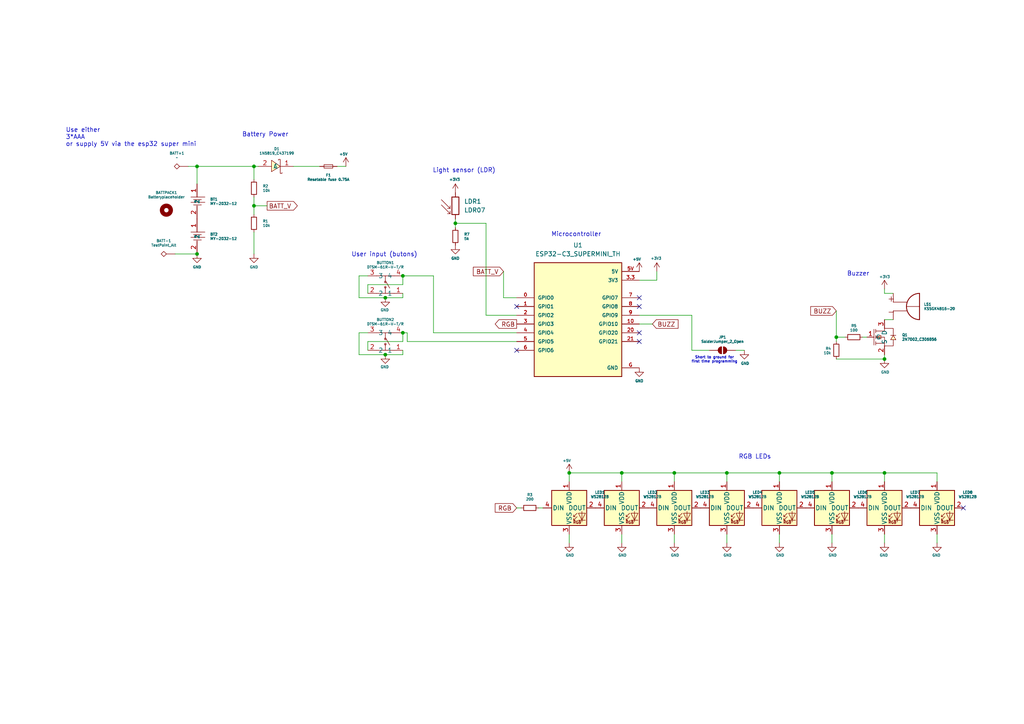
<source format=kicad_sch>
(kicad_sch (version 20250114) (generator "eeschema") (generator_version "9.0")
  (paper "A4")
  (title_block (title "Christmas_PCB") (date "2025-07-27") (rev "V1.0") (comment 1 "Casper R. Tak"))
  (lib_symbols
    (symbol "Connector:TestPoint_Alt" (pin_numbers (hide yes)) (pin_names (offset 0.762) (hide yes))
      (property "Reference" "TP" (at 0 6.858 0))
      (property "Value" "TestPoint_Alt" (at 0 5.08 0))
      (symbol "TestPoint_Alt_0_1"
        (polyline (pts (xy 0 2.54) (xy -0.762 3.302) (xy 0 4.064) (xy 0.762 3.302) (xy 0 2.54)))
      )
      (symbol "TestPoint_Alt_1_1"
        (pin passive line (at 0 0 90) (length 2.54) (name "1") (number "1"))
      )
    )
    (symbol "Device:Fuse_Small" (pin_numbers (hide yes)) (pin_names (offset 0.254) (hide yes))
      (property "Reference" "F" (at 0 -1.524 0))
      (property "Value" "Fuse_Small" (at 0 1.524 0))
      (symbol "Fuse_Small_0_1"
        (rectangle (start -1.27 0.508) (end 1.27 -0.508))
        (polyline (pts (xy -1.27 0) (xy 1.27 0)))
      )
      (symbol "Fuse_Small_1_1"
        (pin passive line (at -2.54 0 0) (length 1.27) (name "~") (number "1"))
        (pin passive line (at 2.54 0 180) (length 1.27) (name "~") (number "2"))
      )
    )
    (symbol "Device:R_Small" (pin_numbers (hide yes)) (pin_names (offset 0.254) (hide yes))
      (property "Reference" "R" (at 0.762 0.508 0))
      (property "Value" "R_Small" (at 0.762 -1.016 0))
      (symbol "R_Small_0_1"
        (rectangle (start -0.762 1.778) (end 0.762 -1.778) (stroke (width 0.2032)))
      )
      (symbol "R_Small_1_1"
        (pin passive line (at 0 2.54 270) (length 0.762) (name "~") (number "1"))
        (pin passive line (at 0 -2.54 90) (length 0.762) (name "~") (number "2"))
      )
    )
    (symbol "Jumper:SolderJumper_2_Open" (pin_numbers (hide yes)) (pin_names (offset 0) (hide yes)) (exclude_from_sim yes) (in_bom no)
      (property "Reference" "JP" (at 0 2.032 0))
      (property "Value" "SolderJumper_2_Open" (at 0 -2.54 0))
      (symbol "SolderJumper_2_Open_0_1"
        (polyline (pts (xy -0.254 1.016) (xy -0.254 -1.016)))
        (arc (start -0.254 -1.016) (mid -1.2656 0) (end -0.254 1.016))
        (arc (start -0.254 -1.016) (mid -1.2656 0) (end -0.254 1.016) (fill (type outline)))
        (arc (start 0.254 1.016) (mid 1.2656 0) (end 0.254 -1.016))
        (arc (start 0.254 1.016) (mid 1.2656 0) (end 0.254 -1.016) (fill (type outline)))
        (polyline (pts (xy 0.254 1.016) (xy 0.254 -1.016)))
      )
      (symbol "SolderJumper_2_Open_1_1"
        (pin passive line (at -3.81 0 0) (length 2.54) (name "A") (number "1"))
        (pin passive line (at 3.81 0 180) (length 2.54) (name "B") (number "2"))
      )
    )
    (symbol "KSSGK4B16-20:KSSGK4B16-20" (pin_numbers (hide yes)) (pin_names (offset 1.016) (hide yes))
      (property "Reference" "LS" (at -2.54 6.35 0))
      (property "Value" "KSSGK4B16-20" (at -2.54 -5.08 0))
      (symbol "KSSGK4B16-20_0_0"
        (polyline (pts (xy -2.54 2.54) (xy 1.397 2.54)) (stroke (width 0.1524)))
        (polyline (pts (xy -2.54 0) (xy 1.397 0)) (stroke (width 0.1524)))
        (polyline (pts (xy 1.27 1.27) (xy 5.08 1.27)) (stroke (width 0.1524)))
        (polyline (pts (xy 5.08 5.08) (xy 5.08 1.27)) (stroke (width 0.254)))
        (polyline (pts (xy 5.08 1.27) (xy 5.08 -2.54)) (stroke (width 0.254)))
        (arc (start 5.08 -2.54) (mid 1.2866 1.27) (end 5.08 5.08) (stroke (width 0.254)))
        (text "+" (at -4.318 2.54 0) (effects (font (size 1.778 1.778)) (justify left bottom)))
        (text "-" (at -4.318 -1.27 0) (effects (font (size 1.778 1.778)) (justify left bottom)))
        (pin passive line (at -2.54 5.08 270) (length 2.54) (name "~") (number "P"))
        (pin passive line (at -2.54 -2.54 90) (length 2.54) (name "~") (number "N"))
      )
    )
    (symbol "LED:WS2812B" (pin_names (offset 0.254))
      (property "Reference" "D" (at 5.08 5.715 0))
      (property "Value" "WS2812B" (at 1.27 -5.715 0))
      (symbol "WS2812B_0_0"
        (text "RGB" (at 2.286 -4.191 0) (effects (font (size 0.762 0.762))))
      )
      (symbol "WS2812B_0_1"
        (polyline (pts (xy 1.27 -2.54) (xy 1.778 -2.54)))
        (polyline (pts (xy 1.27 -3.556) (xy 1.778 -3.556)))
        (polyline (pts (xy 2.286 -1.524) (xy 1.27 -2.54) (xy 1.27 -2.032)))
        (polyline (pts (xy 2.286 -2.54) (xy 1.27 -3.556) (xy 1.27 -3.048)))
        (polyline (pts (xy 3.683 -1.016) (xy 3.683 -3.556) (xy 3.683 -4.064)))
        (polyline (pts (xy 4.699 -1.524) (xy 2.667 -1.524) (xy 3.683 -3.556) (xy 4.699 -1.524)))
        (polyline (pts (xy 4.699 -3.556) (xy 2.667 -3.556)))
        (rectangle (start 5.08 5.08) (end -5.08 -5.08) (stroke (width 0.254)) (fill (type background)))
      )
      (symbol "WS2812B_1_1"
        (pin input line (at -7.62 0 0) (length 2.54) (name "DIN") (number "4"))
        (pin power_in line (at 0 7.62 270) (length 2.54) (name "VDD") (number "1"))
        (pin power_in line (at 0 -7.62 90) (length 2.54) (name "VSS") (number "3"))
        (pin output line (at 7.62 0 180) (length 2.54) (name "DOUT") (number "2"))
      )
    )
    (symbol "Mechanical:MountingHole" (pin_names (offset 1.016)) (in_bom no)
      (property "Reference" "H" (at 0 5.08 0))
      (property "Value" "MountingHole" (at 0 3.175 0))
      (symbol "MountingHole_0_1"
        (circle (center 0 0) (radius 1.27) (stroke (width 1.27)))
      )
    )
    (symbol "Sensor_Optical:LDR07" (pin_numbers (hide yes)) (pin_names (offset 0))
      (property "Reference" "R" (at -5.08 0 90))
      (property "Value" "LDR07" (at 1.905 0 90))
      (symbol "LDR07_0_1"
        (polyline (pts (xy -1.524 -0.762) (xy -4.064 1.778)))
        (polyline (pts (xy -1.524 -0.762) (xy -2.286 -0.762)))
        (polyline (pts (xy -1.524 -0.762) (xy -1.524 0)))
        (polyline (pts (xy -1.524 -2.286) (xy -4.064 0.254)))
        (polyline (pts (xy -1.524 -2.286) (xy -2.286 -2.286)))
        (polyline (pts (xy -1.524 -2.286) (xy -1.524 -1.524)))
        (rectangle (start -1.016 2.54) (end 1.016 -2.54) (stroke (width 0.254)))
      )
      (symbol "LDR07_1_1"
        (pin passive line (at 0 3.81 270) (length 1.27) (name "~") (number "1"))
        (pin passive line (at 0 -3.81 90) (length 1.27) (name "~") (number "2"))
      )
    )
    (symbol "Strata_frontplate_front_BMS_V2.1-rescue:+3.3V-power" (power) (pin_names (offset 0))
      (property "Value" "+3.3V-power" (at 0 3.556 0))
      (symbol "+3.3V-power_0_1"
        (polyline (pts (xy -0.762 1.27) (xy 0 2.54)))
        (polyline (pts (xy 0 2.54) (xy 0.762 1.27)))
        (polyline (pts (xy 0 0) (xy 0 2.54)))
      )
      (symbol "+3.3V-power_1_1"
        (pin power_in line (at 0 0 90) (length 0) (hide yes) (name "+3V3") (number "1"))
      )
    )
    (symbol "SuperMiniC3:ESP32-C3_SUPERMINI_TH" (pin_names (offset 1.016))
      (property "Reference" "U" (at -12.7 16.002 0))
      (property "Value" "ESP32-C3_SUPERMINI_TH" (at -12.7 -20.32 0))
      (symbol "ESP32-C3_SUPERMINI_TH_0_0"
        (rectangle (start -12.7 -17.78) (end 12.7 15.24) (stroke (width 0.254)) (fill (type background)))
        (pin bidirectional line (at -17.78 5.08 0) (length 5.08) (name "GPIO0") (number "0"))
        (pin bidirectional line (at -17.78 2.54 0) (length 5.08) (name "GPIO1") (number "1"))
        (pin bidirectional line (at -17.78 0 0) (length 5.08) (name "GPIO2") (number "2"))
        (pin bidirectional line (at -17.78 -2.54 0) (length 5.08) (name "GPIO3") (number "3"))
        (pin bidirectional line (at -17.78 -5.08 0) (length 5.08) (name "GPIO4") (number "4"))
        (pin bidirectional line (at -17.78 -7.62 0) (length 5.08) (name "GPIO5") (number "5"))
        (pin bidirectional line (at -17.78 -10.16 0) (length 5.08) (name "GPIO6") (number "6"))
        (pin power_in line (at 17.78 12.7 180) (length 5.08) (name "5V") (number "5V"))
        (pin power_in line (at 17.78 10.16 180) (length 5.08) (name "3V3") (number "3.3"))
        (pin bidirectional line (at 17.78 5.08 180) (length 5.08) (name "GPIO7") (number "7"))
        (pin bidirectional line (at 17.78 2.54 180) (length 5.08) (name "GPIO8") (number "8"))
        (pin bidirectional line (at 17.78 0 180) (length 5.08) (name "GPIO9") (number "9"))
        (pin bidirectional line (at 17.78 -2.54 180) (length 5.08) (name "GPIO10") (number "10"))
        (pin bidirectional line (at 17.78 -5.08 180) (length 5.08) (name "GPIO20") (number "20"))
        (pin bidirectional line (at 17.78 -7.62 180) (length 5.08) (name "GPIO21") (number "21"))
        (pin power_in line (at 17.78 -15.24 180) (length 5.08) (name "GND") (number "G"))
      )
    )
    (symbol "Titan_frontplate_front_BMS_V1.3-rescue:+3.3V-power" (power) (pin_names (offset 0))
      (property "Value" "+3.3V-power" (at 0 3.556 0))
      (symbol "+3.3V-power_0_1"
        (polyline (pts (xy -0.762 1.27) (xy 0 2.54)))
        (polyline (pts (xy 0 2.54) (xy 0.762 1.27)))
        (polyline (pts (xy 0 0) (xy 0 2.54)))
      )
      (symbol "+3.3V-power_1_1"
        (pin power_in line (at 0 0 90) (length 0) (hide yes) (name "+3V3") (number "1"))
      )
    )
    (symbol "easyeda2kicad:1N5819_C437199"
      (property "Reference" "D" (at 0 5.08 0))
      (property "Value" "1N5819_C437199" (at 0 -5.08 0))
      (symbol "1N5819_C437199_0_1"
        (polyline (pts (xy -1.78 1.78) (xy -1.78 2.03) (xy -1.27 2.03) (xy -1.27 -2.03) (xy -0.76 -2.03) (xy -0.76 -1.78)))
        (polyline (pts (xy 1.27 1.52) (xy -1.27 0) (xy 1.27 -1.78) (xy 1.27 1.52)) (fill (type background)))
        (pin unspecified line (at -5.08 0 0) (length 3.81) (name "C") (number "1"))
        (pin unspecified line (at 5.08 0 180) (length 3.81) (name "A") (number "2"))
      )
    )
    (symbol "easyeda2kicad:2N7002_C306856"
      (property "Reference" "Q" (at 0 10.16 0))
      (property "Value" "2N7002_C306856" (at 0 -10.16 0))
      (symbol "2N7002_C306856_0_1"
        (polyline (pts (xy -3.05 2.29) (xy -3.05 -2.29)))
        (polyline (pts (xy -2.54 2.29) (xy -2.54 1.27)))
        (polyline (pts (xy -2.54 1.78) (xy 0 1.78) (xy 0 2.54) (xy 2.54 2.54) (xy 2.54 0.51)))
        (polyline (pts (xy -2.54 0) (xy -1.02 -0.51) (xy -1.02 0.51) (xy -2.54 0)) (fill (type background)))
        (polyline (pts (xy -2.54 0) (xy 0 0) (xy 0 -2.54) (xy 2.54 -2.54) (xy 2.54 -0.76)))
        (polyline (pts (xy -2.54 -0.51) (xy -2.54 0.51)))
        (polyline (pts (xy -2.54 -2.29) (xy -2.54 -1.27)))
        (polyline (pts (xy 0 -1.78) (xy -2.54 -1.78)))
        (polyline (pts (xy 2.54 0.51) (xy 1.78 -0.76) (xy 3.3 -0.76) (xy 2.54 0.51)) (fill (type background)))
        (polyline (pts (xy 3.3 0.51) (xy 3.05 0.51) (xy 2.03 0.51) (xy 1.78 0.51)))
        (pin unspecified line (at -5.08 0 0) (length 2.032) (name "G") (number "1"))
        (pin unspecified line (at 0 5.08 270) (length 2.54) (name "D") (number "3"))
        (pin unspecified line (at 0 -5.08 90) (length 2.54) (name "S") (number "2"))
      )
    )
    (symbol "easyeda2kicad:DTSM-61R-V-T_R"
      (property "Reference" "KEY" (at 0 7.62 0))
      (property "Value" "DTSM-61R-V-T/R" (at 0 -7.62 0))
      (symbol "DTSM-61R-V-T_R_0_1"
        (polyline (pts (xy -2.54 -2.54) (xy 2.54 -2.54)))
        (polyline (pts (xy -1.27 -1.02) (xy -0.25 0.76)))
        (polyline (pts (xy 0 2.54) (xy 0 0.76)))
        (circle (center 0 0.76) (radius 0.25))
        (circle (center 0 -0.76) (radius 0.25))
        (polyline (pts (xy 0 -1.52) (xy 0 -0.76)))
        (polyline (pts (xy 0 -2.54) (xy 0 -1.52)))
        (polyline (pts (xy 2.54 2.54) (xy -2.54 2.54)))
        (pin unspecified line (at -5.08 2.54 0) (length 2.54) (name "4") (number "4"))
        (pin unspecified line (at -5.08 -2.54 0) (length 2.54) (name "1") (number "1"))
        (pin unspecified line (at 5.08 2.54 180) (length 2.54) (name "3") (number "3"))
        (pin unspecified line (at 5.08 -2.54 180) (length 2.54) (name "2") (number "2"))
      )
    )
    (symbol "easyeda2kicad:MY-2032-12"
      (property "Reference" "BT" (at 0 5.08 0))
      (property "Value" "MY-2032-12" (at 0 -5.08 0))
      (symbol "MY-2032-12_0_1"
        (polyline (pts (xy -1.27 2.29) (xy -1.27 -1.78)))
        (polyline (pts (xy -0.51 1.27) (xy -0.51 -1.02)))
        (polyline (pts (xy 0.25 2.29) (xy 0.25 -1.78)))
        (polyline (pts (xy 1.02 1.27) (xy 1.02 -1.02)))
        (pin input line (at -5.08 0 0) (length 3.81) (name "1") (number "1"))
        (pin input line (at 5.08 0 180) (length 3.81) (name "2") (number "2"))
      )
    )
    (symbol "power:GND" (power) (pin_names (offset 0))
      (property "Value" "GND" (at 0 -3.81 0))
      (symbol "GND_0_1"
        (polyline (pts (xy 0 0) (xy 0 -1.27) (xy 1.27 -1.27) (xy 0 -2.54) (xy -1.27 -1.27) (xy 0 -1.27)))
      )
      (symbol "GND_1_1"
        (pin power_in line (at 0 0 270) (length 0) (hide yes) (name "GND") (number "1"))
      )
    )
  )
  (text "Use either\n3*AAA\nor supply 5V via the esp32 super mini" (at 19.05 39.878 0) (effects (font (size 1.27 1.27)) (justify left)))
  (text "User input (butons)" (at 111.506 73.914 0) (effects (font (size 1.27 1.27))))
  (text "Microcontroller" (at 167.132 68.072 0) (effects (font (size 1.27 1.27))))
  (text "RGB LEDs" (at 218.948 132.588 0) (effects (font (size 1.27 1.27))))
  (text "Short to ground for \nfirst time programming " (at 207.518 104.394 0) (effects (font (size 0.75 0.75))))
  (text "Light sensor (LDR)" (at 134.62 49.53 0) (effects (font (size 1.27 1.27))))
  (text "Buzzer" (at 248.92 79.502 0) (effects (font (size 1.27 1.27))))
  (text "Battery Power" (at 76.962 39.116 0) (effects (font (size 1.27 1.27))))
  (junction (at 116.84 96.52))
  (junction (at 256.54 104.14))
  (junction (at 57.15 48.26))
  (junction (at 165.1 137.16))
  (junction (at 210.82 137.16))
  (junction (at 111.76 102.87))
  (junction (at 57.15 73.66))
  (junction (at 180.34 137.16))
  (junction (at 195.58 137.16))
  (junction (at 73.66 59.69))
  (junction (at 226.06 137.16))
  (junction (at 132.08 64.77))
  (junction (at 256.54 137.16))
  (junction (at 111.76 86.36))
  (junction (at 116.84 80.01))
  (junction (at 242.57 97.79))
  (junction (at 241.3 137.16))
  (junction (at 73.66 48.26))
  (no_connect (at 279.4 147.32))
  (no_connect (at 149.86 88.9))
  (no_connect (at 149.86 101.6))
  (no_connect (at 185.42 96.52))
  (no_connect (at 185.42 88.9))
  (no_connect (at 185.42 99.06))
  (no_connect (at 185.42 86.36))
  (wire (pts (xy 210.82 137.16) (xy 210.82 139.7)))
  (wire (pts (xy 111.76 102.87) (xy 104.14 102.87)))
  (wire (pts (xy 195.58 137.16) (xy 195.58 139.7)))
  (wire (pts (xy 125.73 96.52) (xy 125.73 80.01)))
  (wire (pts (xy 116.84 86.36) (xy 116.84 85.09)))
  (wire (pts (xy 116.84 102.87) (xy 116.84 101.6)))
  (wire (pts (xy 111.76 86.36) (xy 104.14 86.36)))
  (wire (pts (xy 242.57 90.17) (xy 242.57 97.79)))
  (wire (pts (xy 157.48 147.32) (xy 156.21 147.32)))
  (wire (pts (xy 256.54 92.71) (xy 259.08 92.71)))
  (wire (pts (xy 226.06 154.94) (xy 226.06 157.48)))
  (wire (pts (xy 250.19 97.79) (xy 251.46 97.79)))
  (wire (pts (xy 77.47 59.69) (xy 73.66 59.69)))
  (wire (pts (xy 116.84 80.01) (xy 116.84 82.55)))
  (wire (pts (xy 73.66 48.26) (xy 74.93 48.26)))
  (wire (pts (xy 104.14 86.36) (xy 104.14 80.01)))
  (wire (pts (xy 189.23 93.98) (xy 185.42 93.98)))
  (wire (pts (xy 271.78 154.94) (xy 271.78 157.48)))
  (wire (pts (xy 116.84 96.52) (xy 116.84 99.06)))
  (wire (pts (xy 104.14 102.87) (xy 104.14 96.52)))
  (wire (pts (xy 140.97 64.77) (xy 140.97 91.44)))
  (wire (pts (xy 149.86 96.52) (xy 125.73 96.52)))
  (wire (pts (xy 210.82 137.16) (xy 226.06 137.16)))
  (wire (pts (xy 242.57 97.79) (xy 245.11 97.79)))
  (wire (pts (xy 146.05 78.74) (xy 146.05 86.36)))
  (wire (pts (xy 151.13 147.32) (xy 149.86 147.32)))
  (wire (pts (xy 149.86 99.06) (xy 118.11 99.06)))
  (wire (pts (xy 185.42 91.44) (xy 200.66 91.44)))
  (wire (pts (xy 50.8 73.66) (xy 57.15 73.66)))
  (wire (pts (xy 116.84 96.52) (xy 118.11 96.52)))
  (wire (pts (xy 132.08 66.04) (xy 132.08 64.77)))
  (wire (pts (xy 73.66 73.66) (xy 73.66 67.31)))
  (wire (pts (xy 116.84 82.55) (xy 106.68 82.55)))
  (wire (pts (xy 210.82 137.16) (xy 195.58 137.16)))
  (wire (pts (xy 165.1 154.94) (xy 165.1 157.48)))
  (wire (pts (xy 111.76 102.87) (xy 116.84 102.87)))
  (wire (pts (xy 116.84 80.01) (xy 125.73 80.01)))
  (wire (pts (xy 185.42 81.28) (xy 190.5 81.28)))
  (wire (pts (xy 256.54 137.16) (xy 271.78 137.16)))
  (wire (pts (xy 256.54 85.09) (xy 259.08 85.09)))
  (wire (pts (xy 210.82 154.94) (xy 210.82 157.48)))
  (wire (pts (xy 104.14 96.52) (xy 106.68 96.52)))
  (wire (pts (xy 73.66 52.07) (xy 73.66 48.26)))
  (wire (pts (xy 73.66 59.69) (xy 73.66 62.23)))
  (wire (pts (xy 85.09 48.26) (xy 92.71 48.26)))
  (wire (pts (xy 118.11 96.52) (xy 118.11 99.06)))
  (wire (pts (xy 241.3 137.16) (xy 256.54 137.16)))
  (wire (pts (xy 106.68 99.06) (xy 106.68 101.6)))
  (wire (pts (xy 242.57 99.06) (xy 242.57 97.79)))
  (wire (pts (xy 165.1 137.16) (xy 165.1 139.7)))
  (wire (pts (xy 241.3 154.94) (xy 241.3 157.48)))
  (wire (pts (xy 256.54 83.82) (xy 256.54 85.09)))
  (wire (pts (xy 271.78 137.16) (xy 271.78 139.7)))
  (wire (pts (xy 146.05 86.36) (xy 149.86 86.36)))
  (wire (pts (xy 57.15 48.26) (xy 73.66 48.26)))
  (wire (pts (xy 104.14 80.01) (xy 106.68 80.01)))
  (wire (pts (xy 256.54 137.16) (xy 256.54 139.7)))
  (wire (pts (xy 180.34 137.16) (xy 180.34 139.7)))
  (wire (pts (xy 256.54 154.94) (xy 256.54 157.48)))
  (wire (pts (xy 180.34 137.16) (xy 165.1 137.16)))
  (wire (pts (xy 140.97 91.44) (xy 149.86 91.44)))
  (wire (pts (xy 180.34 137.16) (xy 195.58 137.16)))
  (wire (pts (xy 205.74 101.6) (xy 200.66 101.6)))
  (wire (pts (xy 190.5 81.28) (xy 190.5 78.74)))
  (wire (pts (xy 132.08 64.77) (xy 132.08 63.5)))
  (wire (pts (xy 111.76 86.36) (xy 116.84 86.36)))
  (wire (pts (xy 241.3 137.16) (xy 241.3 139.7)))
  (wire (pts (xy 116.84 99.06) (xy 106.68 99.06)))
  (wire (pts (xy 132.08 64.77) (xy 140.97 64.77)))
  (wire (pts (xy 241.3 137.16) (xy 226.06 137.16)))
  (wire (pts (xy 54.61 48.26) (xy 57.15 48.26)))
  (wire (pts (xy 200.66 91.44) (xy 200.66 101.6)))
  (wire (pts (xy 256.54 104.14) (xy 256.54 102.87)))
  (wire (pts (xy 180.34 154.94) (xy 180.34 157.48)))
  (wire (pts (xy 242.57 104.14) (xy 256.54 104.14)))
  (wire (pts (xy 73.66 57.15) (xy 73.66 59.69)))
  (wire (pts (xy 215.9 101.6) (xy 213.36 101.6)))
  (wire (pts (xy 195.58 154.94) (xy 195.58 157.48)))
  (wire (pts (xy 226.06 137.16) (xy 226.06 139.7)))
  (wire (pts (xy 97.79 48.26) (xy 100.33 48.26)))
  (wire (pts (xy 106.68 82.55) (xy 106.68 85.09)))
  (wire (pts (xy 57.15 53.34) (xy 57.15 48.26)))
  (image (at 431.8 -88.9) (scale 2.2929))
  (global_label "RGB" (shape output) (at 149.86 93.98 180) (property "Intersheetrefs" "${INTERSHEET_REFS}" (effects (hide yes))))
  (global_label "BUZZ" (shape input) (at 242.57 90.17 180) (property "Intersheetrefs" "${INTERSHEET_REFS}" (effects (hide yes))))
  (global_label "BATT_V" (shape input) (at 146.05 78.74 180) (property "Intersheetrefs" "${INTERSHEET_REFS}" (effects (hide yes))))
  (global_label "RGB" (shape input) (at 149.86 147.32 180) (property "Intersheetrefs" "${INTERSHEET_REFS}" (effects (hide yes))))
  (global_label "BUZZ" (shape input) (at 189.23 93.98 0) (property "Intersheetrefs" "${INTERSHEET_REFS}" (effects (hide yes))))
  (global_label "BATT_V" (shape output) (at 77.47 59.69 0) (property "Intersheetrefs" "${INTERSHEET_REFS}" (effects (hide yes))))
  (symbol (lib_id "Titan_frontplate_front_BMS_V1.3-rescue:+3.3V-power") (at 185.42 78.74 0) (mirror y) (unit 1)
    (property "Reference" "#PWR011" (effects (hide yes)))
    (property "Value" "+5V" (at 185.928 75.184 0) (effects (font (size 0.75 0.75)) (justify left)))
    (property "Footprint" "Package_SO:SOIC-16_3.9x9.9mm_P1.27mm" (effects (hide yes)))
  )
  (symbol (lib_id "LED:WS2812B") (at 165.1 147.32 0) (unit 1)
    (property "Reference" "LED1" (at 173.99 142.8048 0) (effects (font (size 0.75 0.75))))
    (property "Value" "WS2812B" (at 173.99 144.0748 0) (effects (font (size 0.75 0.75))))
    (property "Footprint" "easyeda2kicad:LED-SMD_4P-L5.0-W5.0-BL_TC5050RGB" (effects (hide yes)))
    (property "Datasheet" "https://cdn-shop.adafruit.com/datasheets/WS2812B.pdf" (effects (hide yes)))
  )
  (symbol (lib_id "power:GND") (at 132.08 71.12 0) (unit 1)
    (property "Reference" "#PWR07" (effects (hide yes)))
    (property "Value" "GND" (at 132.08 74.93 0) (effects (font (size 0.75 0.75))))
  )
  (symbol (lib_id "Connector:TestPoint_Alt") (at 50.8 73.66 90) (unit 1)
    (property "Reference" "BATT-1" (at 47.498 69.85 90) (effects (font (size 0.75 0.75))))
    (property "Value" "TestPoint_Alt" (at 47.498 71.12 90) (effects (font (size 0.75 0.75))))
    (property "Footprint" "TestPoint:TestPoint_Pad_D3.0mm" (effects (hide yes)))
    (property "Description" "test point (alternative shape)" (effects (hide yes)))
  )
  (symbol (lib_id "Device:R_Small") (at 247.65 97.79 90) (unit 1)
    (property "Reference" "R5" (at 247.65 94.488 90) (effects (font (size 0.75 0.75))))
    (property "Value" "100" (at 247.65 95.758 90) (effects (font (size 0.75 0.75))))
    (property "Footprint" "Resistor_SMD:R_1206_3216Metric_Pad1.30x1.75mm_HandSolder" (effects (hide yes)))
  )
  (symbol (lib_id "power:GND") (at 180.34 157.48 0) (mirror y) (unit 1)
    (property "Reference" "#PWR010" (effects (hide yes)))
    (property "Value" "GND" (at 179.324 161.036 0) (effects (font (size 0.75 0.75)) (justify right)))
  )
  (symbol (lib_id "easyeda2kicad:MY-2032-12") (at 57.15 68.58 270) (unit 1)
    (property "Reference" "BT2" (at 60.96 67.9449 90) (effects (font (size 0.75 0.75)) (justify left)))
    (property "Value" "MY-2032-12" (at 60.96 69.2149 90) (effects (font (size 0.75 0.75)) (justify left)))
    (property "Footprint" "easyeda2kicad:BAT-SMD_MY-2032-12" (effects (hide yes)))
    (property "LCSC Part" "C964833" (effects (hide yes)))
  )
  (symbol (lib_id "easyeda2kicad:2N7002_C306856") (at 256.54 97.79 0) (unit 1)
    (property "Reference" "Q1" (at 261.62 97.1549 0) (effects (font (size 0.75 0.75)) (justify left)))
    (property "Value" "2N7002_C306856" (at 261.62 98.4249 0) (effects (font (size 0.75 0.75)) (justify left)))
    (property "Footprint" "easyeda2kicad:SOT-23-3_L2.9-W1.3-P1.90-LS2.4-BR" (effects (hide yes)))
    (property "Datasheet" "https://lcsc.com/product-detail/MOSFET_Bourne-Semicon-Shenzhen-2N7002_C306856.html" (effects (hide yes)))
  )
  (symbol (lib_id "Titan_frontplate_front_BMS_V1.3-rescue:+3.3V-power") (at 165.1 137.16 0) (mirror y) (unit 1)
    (property "Reference" "#PWR08" (effects (hide yes)))
    (property "Value" "+5V" (at 165.608 133.604 0) (effects (font (size 0.75 0.75)) (justify left)))
    (property "Footprint" "Package_SO:SOIC-16_3.9x9.9mm_P1.27mm" (effects (hide yes)))
  )
  (symbol (lib_id "power:GND") (at 210.82 157.48 0) (mirror y) (unit 1)
    (property "Reference" "#PWR015" (effects (hide yes)))
    (property "Value" "GND" (at 209.804 161.036 0) (effects (font (size 0.75 0.75)) (justify right)))
  )
  (symbol (lib_id "Device:Fuse_Small") (at 95.25 48.26 180) (unit 1)
    (property "Reference" "F1" (at 95.25 50.8 0) (effects (font (size 0.75 0.75))))
    (property "Value" "Resetable fuse 0.75A" (at 95.25 52.07 0) (effects (font (size 0.75 0.75))))
    (property "Footprint" "Fuse:Fuse_1206_3216Metric_Pad1.42x1.75mm_HandSolder" (effects (hide yes)))
    (property "Description" "Fuse, small symbol" (effects (hide yes)))
  )
  (symbol (lib_id "easyeda2kicad:MY-2032-12") (at 57.15 58.42 270) (unit 1)
    (property "Reference" "BT1" (at 60.96 57.7849 90) (effects (font (size 0.75 0.75)) (justify left)))
    (property "Value" "MY-2032-12" (at 60.96 59.0549 90) (effects (font (size 0.75 0.75)) (justify left)))
    (property "Footprint" "easyeda2kicad:BAT-SMD_MY-2032-12" (effects (hide yes)))
    (property "LCSC Part" "C964833" (effects (hide yes)))
  )
  (symbol (lib_id "easyeda2kicad:1N5819_C437199") (at 80.01 48.26 180) (unit 1)
    (property "Reference" "D1" (at 80.265 43.18 0) (effects (font (size 0.75 0.75))))
    (property "Value" "1N5819_C437199" (at 80.265 44.45 0) (effects (font (size 0.75 0.75))))
    (property "Footprint" "easyeda2kicad:SMA_L4.4-W2.6-LS5.0-RD" (effects (hide yes)))
    (property "Datasheet" "https://lcsc.com/product-detail/Schottky-Barrier-Diodes-SBD_KEXIN-1N5819_C437199.html" (effects (hide yes)))
    (property "LCSC Part" "C437199" (effects (hide yes)))
  )
  (symbol (lib_id "power:GND") (at 215.9 101.6 0) (unit 1)
    (property "Reference" "#PWR016" (effects (hide yes)))
    (property "Value" "GND" (at 214.884 105.41 0) (effects (font (size 0.75 0.75)) (justify left)))
  )
  (symbol (lib_id "Jumper:SolderJumper_2_Open") (at 209.55 101.6 0) (mirror y) (unit 1) (in_bom no)
    (property "Reference" "JP1" (at 209.55 97.79 0) (effects (font (size 0.75 0.75))))
    (property "Value" "SolderJumper_2_Open" (at 209.55 99.06 0) (effects (font (size 0.75 0.75))))
    (property "Footprint" "Jumper:SolderJumper-2_P1.3mm_Open_Pad1.0x1.5mm" (effects (hide yes)))
    (property "Description" "Solder Jumper, 2-pole, open" (effects (hide yes)))
  )
  (symbol (lib_id "power:GND") (at 111.76 102.87 0) (mirror y) (unit 1)
    (property "Reference" "#PWR05" (effects (hide yes)))
    (property "Value" "GND" (at 112.776 106.426 0) (effects (font (size 0.75 0.75)) (justify left)))
  )
  (symbol (lib_id "Device:R_Small") (at 132.08 68.58 0) (unit 1)
    (property "Reference" "R7" (at 134.62 67.9449 0) (effects (font (size 0.75 0.75)) (justify left)))
    (property "Value" "5k" (at 134.62 69.2149 0) (effects (font (size 0.75 0.75)) (justify left)))
    (property "Footprint" "Resistor_SMD:R_1206_3216Metric_Pad1.30x1.75mm_HandSolder" (effects (hide yes)))
  )
  (symbol (lib_id "Device:R_Small") (at 153.67 147.32 270) (mirror x) (unit 1)
    (property "Reference" "R3" (at 153.67 143.51 90) (effects (font (size 0.75 0.75))))
    (property "Value" "200" (at 153.67 144.78 90) (effects (font (size 0.75 0.75))))
    (property "Footprint" "Resistor_SMD:R_1206_3216Metric_Pad1.30x1.75mm_HandSolder" (effects (hide yes)))
  )
  (symbol (lib_id "power:GND") (at 73.66 73.66 0) (unit 1)
    (property "Reference" "#PWR02" (effects (hide yes)))
    (property "Value" "GND" (at 73.66 77.47 0) (effects (font (size 0.75 0.75))))
  )
  (symbol (lib_id "Strata_frontplate_front_BMS_V2.1-rescue:+3.3V-power") (at 132.08 55.88 0) (unit 1)
    (property "Reference" "#PWR06" (effects (hide yes)))
    (property "Value" "+3V3" (at 130.302 52.07 0) (effects (font (size 0.75 0.75)) (justify left)))
  )
  (symbol (lib_id "Titan_frontplate_front_BMS_V1.3-rescue:+3.3V-power") (at 100.33 48.26 0) (mirror y) (unit 1)
    (property "Reference" "#PWR03" (effects (hide yes)))
    (property "Value" "+5V" (at 100.838 44.704 0) (effects (font (size 0.75 0.75)) (justify left)))
    (property "Footprint" "Package_SO:SOIC-16_3.9x9.9mm_P1.27mm" (effects (hide yes)))
  )
  (symbol (lib_id "Device:R_Small") (at 73.66 64.77 0) (unit 1)
    (property "Reference" "R1" (at 76.2 64.1349 0) (effects (font (size 0.75 0.75)) (justify left)))
    (property "Value" "10k" (at 76.2 65.4049 0) (effects (font (size 0.75 0.75)) (justify left)))
    (property "Footprint" "Resistor_SMD:R_1206_3216Metric_Pad1.30x1.75mm_HandSolder" (effects (hide yes)))
  )
  (symbol (lib_id "KSSGK4B16-20:KSSGK4B16-20") (at 261.62 90.17 0) (unit 1)
    (property "Reference" "LS1" (at 267.97 88.2649 0) (effects (font (size 0.75 0.75)) (justify left)))
    (property "Value" "KSSGK4B16-20" (at 267.97 89.5349 0) (effects (font (size 0.75 0.75)) (justify left)))
    (property "Footprint" "Library:Buzzer KSSGK4B16-20" (effects (hide yes)))
    (property "STANDARD" "Manufacturer recommendations" (effects (hide yes)))
    (property "MAXIMUM_PACKAGE_HEIGHT" "2.2 mm" (effects (hide yes)))
    (property "MANUFACTURER" "Kingstate" (effects (hide yes)))
    (property "PARTREV" "1.1" (effects (hide yes)))
  )
  (symbol (lib_id "power:GND") (at 185.42 106.68 0) (unit 1)
    (property "Reference" "#PWR012" (effects (hide yes)))
    (property "Value" "GND" (at 185.42 110.49 0) (effects (font (size 0.75 0.75))))
  )
  (symbol (lib_id "easyeda2kicad:DTSM-61R-V-T_R") (at 111.76 82.55 0) (mirror y) (unit 1)
    (property "Reference" "BUTTON1" (at 111.76 76.2 0) (effects (font (size 0.75 0.75))))
    (property "Value" "DTSM-61R-V-T/R" (at 111.76 77.47 0) (effects (font (size 0.75 0.75))))
    (property "Footprint" "easyeda2kicad:KEY-SMD_4P-L6.2-W6.2-P4.50-LS9.0" (effects (hide yes)))
    (property "Datasheet" "https://lcsc.com/product-detail/Tactile-Switches_Diptronics-DTSM-61R-V-T-R_C224977.html" (effects (hide yes)))
    (property "LCSC Part" "C224977" (effects (hide yes)))
  )
  (symbol (lib_id "SuperMiniC3:ESP32-C3_SUPERMINI_TH") (at 167.64 91.44 0) (unit 1)
    (property "Reference" "U1" (at 167.64 71.12 0))
    (property "Value" "ESP32-C3_SUPERMINI_TH" (at 167.64 73.66 0))
    (property "Footprint" "custom:MODULE_ESP32-C3_SUPERMINI" (effects (hide yes)))
    (property "Datasheet" "https://dl.artronshop.co.th/ESP32-C3%20SuperMini%20datasheet.pdf" (effects (hide yes)))
    (property "MF" "Espressif Systems" (effects (hide yes)))
    (property "MAXIMUM_PACKAGE_HEIGHT" "4.2mm" (effects (hide yes)))
    (property "Package" "Package" (effects (hide yes)))
    (property "Price" "None" (effects (hide yes)))
    (property "Check_prices" "https://www.snapeda.com/parts/ESP32-C3%20SuperMini_TH/Espressif+Systems/view-part/?ref=eda" (effects (hide yes)))
    (property "STANDARD" "Manufacturer Recommendations" (effects (hide yes)))
    (property "SnapEDA_Link" "https://www.snapeda.com/parts/ESP32-C3%20SuperMini_TH/Espressif+Systems/view-part/?ref=snap" (effects (hide yes)))
    (property "MP" "ESP32-C3 SuperMini_TH" (effects (hide yes)))
    (property "Description_1" "Super tiny ESP32-C3 board" (effects (hide yes)))
    (property "Availability" "Not in stock" (effects (hide yes)))
    (property "MANUFACTURER" "Espressif" (effects (hide yes)))
  )
  (symbol (lib_id "power:GND") (at 165.1 157.48 0) (mirror y) (unit 1)
    (property "Reference" "#PWR09" (effects (hide yes)))
    (property "Value" "GND" (at 164.084 161.036 0) (effects (font (size 0.75 0.75)) (justify right)))
  )
  (symbol (lib_id "LED:WS2812B") (at 195.58 147.32 0) (unit 1)
    (property "Reference" "LED3" (at 204.47 142.8048 0) (effects (font (size 0.75 0.75))))
    (property "Value" "WS2812B" (at 204.47 144.0748 0) (effects (font (size 0.75 0.75))))
    (property "Footprint" "easyeda2kicad:LED-SMD_4P-L5.0-W5.0-BL_TC5050RGB" (effects (hide yes)))
    (property "Datasheet" "https://cdn-shop.adafruit.com/datasheets/WS2812B.pdf" (effects (hide yes)))
  )
  (symbol (lib_id "LED:WS2812B") (at 180.34 147.32 0) (unit 1)
    (property "Reference" "LED2" (at 189.23 142.8048 0) (effects (font (size 0.75 0.75))))
    (property "Value" "WS2812B" (at 189.23 144.0748 0) (effects (font (size 0.75 0.75))))
    (property "Footprint" "easyeda2kicad:LED-SMD_4P-L5.0-W5.0-BL_TC5050RGB" (effects (hide yes)))
    (property "Datasheet" "https://cdn-shop.adafruit.com/datasheets/WS2812B.pdf" (effects (hide yes)))
  )
  (symbol (lib_id "power:GND") (at 256.54 104.14 0) (unit 1)
    (property "Reference" "#PWR023" (effects (hide yes)))
    (property "Value" "GND" (at 255.524 107.95 0) (effects (font (size 0.75 0.75)) (justify left)))
    (property "Footprint" "Package_SO:SOIC-8_3.9x4.9mm_P1.27mm" (effects (hide yes)))
  )
  (symbol (lib_id "Strata_frontplate_front_BMS_V2.1-rescue:+3.3V-power") (at 190.5 78.74 0) (unit 1)
    (property "Reference" "#PWR013" (effects (hide yes)))
    (property "Value" "+3V3" (at 188.722 74.93 0) (effects (font (size 0.75 0.75)) (justify left)))
  )
  (symbol (lib_id "Mechanical:MountingHole") (at 48.26 60.96 0) (unit 1) (in_bom no)
    (property "Reference" "BATTPACK1" (at 48.26 55.88 0) (effects (font (size 0.75 0.75))))
    (property "Value" "Batteryplaceholder" (at 48.26 57.15 0) (effects (font (size 0.75 0.75))))
    (property "Footprint" "MountingHole:MountingHole_2.1mm" (effects (hide yes)))
    (property "Description" "Mounting Hole without connection" (effects (hide yes)))
  )
  (symbol (lib_id "power:GND") (at 57.15 73.66 0) (unit 1)
    (property "Reference" "#PWR01" (effects (hide yes)))
    (property "Value" "GND" (at 57.15 77.47 0) (effects (font (size 0.75 0.75))))
  )
  (symbol (lib_id "Device:R_Small") (at 242.57 101.6 0) (mirror x) (unit 1)
    (property "Reference" "R4" (at 241.046 101.092 0) (effects (font (size 0.75 0.75)) (justify right)))
    (property "Value" "10k" (at 241.046 102.362 0) (effects (font (size 0.75 0.75)) (justify right)))
    (property "Footprint" "Resistor_SMD:R_1206_3216Metric_Pad1.30x1.75mm_HandSolder" (effects (hide yes)))
  )
  (symbol (lib_id "LED:WS2812B") (at 226.06 147.32 0) (unit 1)
    (property "Reference" "LED5" (at 234.95 142.8048 0) (effects (font (size 0.75 0.75))))
    (property "Value" "WS2812B" (at 234.95 144.0748 0) (effects (font (size 0.75 0.75))))
    (property "Footprint" "easyeda2kicad:LED-SMD_4P-L5.0-W5.0-BL_TC5050RGB" (effects (hide yes)))
    (property "Datasheet" "https://cdn-shop.adafruit.com/datasheets/WS2812B.pdf" (effects (hide yes)))
  )
  (symbol (lib_id "power:GND") (at 241.3 157.48 0) (mirror y) (unit 1)
    (property "Reference" "#PWR020" (effects (hide yes)))
    (property "Value" "GND" (at 240.284 161.036 0) (effects (font (size 0.75 0.75)) (justify right)))
  )
  (symbol (lib_id "LED:WS2812B") (at 210.82 147.32 0) (unit 1)
    (property "Reference" "LED4" (at 219.71 142.8048 0) (effects (font (size 0.75 0.75))))
    (property "Value" "WS2812B" (at 219.71 144.0748 0) (effects (font (size 0.75 0.75))))
    (property "Footprint" "easyeda2kicad:LED-SMD_4P-L5.0-W5.0-BL_TC5050RGB" (effects (hide yes)))
    (property "Datasheet" "https://cdn-shop.adafruit.com/datasheets/WS2812B.pdf" (effects (hide yes)))
  )
  (symbol (lib_id "Titan_frontplate_front_BMS_V1.3-rescue:+3.3V-power") (at 256.54 83.82 0) (unit 1)
    (property "Reference" "#PWR022" (effects (hide yes)))
    (property "Value" "+3V3" (at 255.016 80.264 0) (effects (font (size 0.75 0.75)) (justify left)))
    (property "Footprint" "Package_SO:SOIC-16_3.9x9.9mm_P1.27mm" (effects (hide yes)))
  )
  (symbol (lib_id "power:GND") (at 226.06 157.48 0) (mirror y) (unit 1)
    (property "Reference" "#PWR018" (effects (hide yes)))
    (property "Value" "GND" (at 225.044 161.036 0) (effects (font (size 0.75 0.75)) (justify right)))
  )
  (symbol (lib_id "power:GND") (at 111.76 86.36 0) (mirror y) (unit 1)
    (property "Reference" "#PWR04" (effects (hide yes)))
    (property "Value" "GND" (at 112.776 89.916 0) (effects (font (size 0.75 0.75)) (justify left)))
  )
  (symbol (lib_id "LED:WS2812B") (at 256.54 147.32 0) (unit 1)
    (property "Reference" "LED7" (at 265.43 142.8048 0) (effects (font (size 0.75 0.75))))
    (property "Value" "WS2812B" (at 265.43 144.0748 0) (effects (font (size 0.75 0.75))))
    (property "Footprint" "easyeda2kicad:LED-SMD_4P-L5.0-W5.0-BL_TC5050RGB" (effects (hide yes)))
    (property "Datasheet" "https://cdn-shop.adafruit.com/datasheets/WS2812B.pdf" (effects (hide yes)))
  )
  (symbol (lib_id "LED:WS2812B") (at 271.78 147.32 0) (unit 1)
    (property "Reference" "LED8" (at 280.67 142.8048 0) (effects (font (size 0.75 0.75))))
    (property "Value" "WS2812B" (at 280.67 144.0748 0) (effects (font (size 0.75 0.75))))
    (property "Footprint" "easyeda2kicad:LED-SMD_4P-L5.0-W5.0-BL_TC5050RGB" (effects (hide yes)))
    (property "Datasheet" "https://cdn-shop.adafruit.com/datasheets/WS2812B.pdf" (effects (hide yes)))
  )
  (symbol (lib_id "LED:WS2812B") (at 241.3 147.32 0) (unit 1)
    (property "Reference" "LED6" (at 250.19 142.8048 0) (effects (font (size 0.75 0.75))))
    (property "Value" "WS2812B" (at 250.19 144.0748 0) (effects (font (size 0.75 0.75))))
    (property "Footprint" "easyeda2kicad:LED-SMD_4P-L5.0-W5.0-BL_TC5050RGB" (effects (hide yes)))
    (property "Datasheet" "https://cdn-shop.adafruit.com/datasheets/WS2812B.pdf" (effects (hide yes)))
  )
  (symbol (lib_id "Sensor_Optical:LDR07") (at 132.08 59.69 0) (unit 1)
    (property "Reference" "LDR1" (at 134.62 58.4199 0) (effects (justify left)))
    (property "Value" "LDR07" (at 134.62 60.9599 0) (effects (justify left)))
    (property "Footprint" "OptoDevice:R_LDR_5.1x4.3mm_P3.4mm_Vertical" (effects (hide yes)))
    (property "Datasheet" "http://www.tme.eu/de/Document/f2e3ad76a925811312d226c31da4cd7e/LDR07.pdf" (effects (hide yes)))
    (property "Description" "light dependent resistor" (effects (hide yes)))
  )
  (symbol (lib_id "power:GND") (at 271.78 157.48 0) (mirror y) (unit 1)
    (property "Reference" "#PWR025" (effects (hide yes)))
    (property "Value" "GND" (at 272.796 161.036 0) (effects (font (size 0.75 0.75)) (justify left)))
  )
  (symbol (lib_id "Connector:TestPoint_Alt") (at 54.61 48.26 90) (unit 1)
    (property "Reference" "BATT+1" (at 51.308 44.45 90) (effects (font (size 0.75 0.75))))
    (property "Value" "~" (at 51.308 45.72 90) (effects (font (size 0.75 0.75))))
    (property "Footprint" "TestPoint:TestPoint_Pad_D3.0mm" (effects (hide yes)))
    (property "Description" "test point (alternative shape)" (effects (hide yes)))
  )
  (symbol (lib_id "easyeda2kicad:DTSM-61R-V-T_R") (at 111.76 99.06 0) (mirror y) (unit 1)
    (property "Reference" "BUTTON2" (at 111.76 92.71 0) (effects (font (size 0.75 0.75))))
    (property "Value" "DTSM-61R-V-T/R" (at 111.76 93.98 0) (effects (font (size 0.75 0.75))))
    (property "Footprint" "easyeda2kicad:KEY-SMD_4P-L6.2-W6.2-P4.50-LS9.0" (effects (hide yes)))
    (property "Datasheet" "https://lcsc.com/product-detail/Tactile-Switches_Diptronics-DTSM-61R-V-T-R_C224977.html" (effects (hide yes)))
    (property "LCSC Part" "C224977" (effects (hide yes)))
  )
  (symbol (lib_id "power:GND") (at 195.58 157.48 0) (mirror y) (unit 1)
    (property "Reference" "#PWR014" (effects (hide yes)))
    (property "Value" "GND" (at 194.564 161.036 0) (effects (font (size 0.75 0.75)) (justify right)))
  )
  (symbol (lib_id "power:GND") (at 256.54 157.48 0) (mirror y) (unit 1)
    (property "Reference" "#PWR024" (effects (hide yes)))
    (property "Value" "GND" (at 257.556 161.036 0) (effects (font (size 0.75 0.75)) (justify left)))
  )
  (symbol (lib_id "Device:R_Small") (at 73.66 54.61 0) (unit 1)
    (property "Reference" "R2" (at 76.2 53.9749 0) (effects (font (size 0.75 0.75)) (justify left)))
    (property "Value" "10k" (at 76.2 55.2449 0) (effects (font (size 0.75 0.75)) (justify left)))
    (property "Footprint" "Resistor_SMD:R_1206_3216Metric_Pad1.30x1.75mm_HandSolder" (effects (hide yes)))
  )
)
</source>
